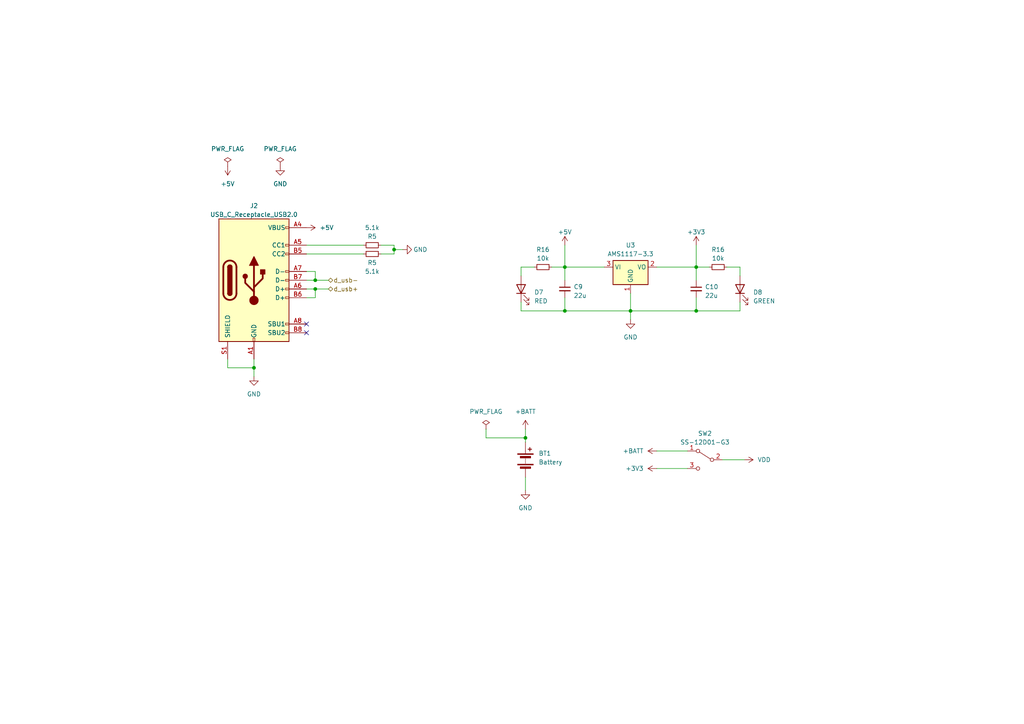
<source format=kicad_sch>
(kicad_sch (version 20230121) (generator eeschema)
  (paper "A4")
  (title_block (title "Power") (date "2023-06-17"))
  (lib_symbols
    (symbol "Connector:USB_C_Receptacle_USB2.0" (pin_names (offset 1.016))
      (property "Reference" "J" (at -10.16 19.05 0))
      (property "Value" "USB_C_Receptacle_USB2.0" (at 19.05 19.05 0))
      (symbol "USB_C_Receptacle_USB2.0_0_0"
        (rectangle (start -0.254 -17.78) (end 0.254 -16.764))
        (rectangle (start 10.16 -14.986) (end 9.144 -15.494))
        (rectangle (start 10.16 -12.446) (end 9.144 -12.954))
        (rectangle (start 10.16 -4.826) (end 9.144 -5.334))
        (rectangle (start 10.16 -2.286) (end 9.144 -2.794))
        (rectangle (start 10.16 0.254) (end 9.144 -0.254))
        (rectangle (start 10.16 2.794) (end 9.144 2.286))
        (rectangle (start 10.16 7.874) (end 9.144 7.366))
        (rectangle (start 10.16 10.414) (end 9.144 9.906))
        (rectangle (start 10.16 15.494) (end 9.144 14.986))
      )
      (symbol "USB_C_Receptacle_USB2.0_0_1"
        (rectangle (start -10.16 17.78) (end 10.16 -17.78) (stroke (width 0.254)) (fill (type background)))
        (arc (start -8.89 -3.81) (mid -6.985 -5.7067) (end -5.08 -3.81) (stroke (width 0.508)))
        (arc (start -7.62 -3.81) (mid -6.985 -4.4423) (end -6.35 -3.81) (stroke (width 0.254)))
        (arc (start -7.62 -3.81) (mid -6.985 -4.4423) (end -6.35 -3.81) (stroke (width 0.254)) (fill (type outline)))
        (rectangle (start -7.62 -3.81) (end -6.35 3.81) (stroke (width 0.254)) (fill (type outline)))
        (arc (start -6.35 3.81) (mid -6.985 4.4423) (end -7.62 3.81) (stroke (width 0.254)))
        (arc (start -6.35 3.81) (mid -6.985 4.4423) (end -7.62 3.81) (stroke (width 0.254)) (fill (type outline)))
        (arc (start -5.08 3.81) (mid -6.985 5.7067) (end -8.89 3.81) (stroke (width 0.508)))
        (circle (center -2.54 1.143) (radius 0.635) (stroke (width 0.254)) (fill (type outline)))
        (circle (center 0 -5.842) (radius 1.27) (fill (type outline)))
        (polyline (pts (xy -8.89 -3.81) (xy -8.89 3.81)) (stroke (width 0.508)))
        (polyline (pts (xy -5.08 3.81) (xy -5.08 -3.81)) (stroke (width 0.508)))
        (polyline (pts (xy 0 -5.842) (xy 0 4.318)) (stroke (width 0.508)))
        (polyline (pts (xy 0 -3.302) (xy -2.54 -0.762) (xy -2.54 0.508)) (stroke (width 0.508)))
        (polyline (pts (xy 0 -2.032) (xy 2.54 0.508) (xy 2.54 1.778)) (stroke (width 0.508)))
        (polyline (pts (xy -1.27 4.318) (xy 0 6.858) (xy 1.27 4.318) (xy -1.27 4.318)) (stroke (width 0.254)) (fill (type outline)))
        (rectangle (start 1.905 1.778) (end 3.175 3.048) (stroke (width 0.254)) (fill (type outline)))
      )
      (symbol "USB_C_Receptacle_USB2.0_1_1"
        (pin passive line (at 0 -22.86 90) (length 5.08) (name "GND") (number "A1"))
        (pin passive line (at 0 -22.86 90) (length 5.08) hide (name "GND") (number "A12"))
        (pin passive line (at 15.24 15.24 180) (length 5.08) (name "VBUS") (number "A4"))
        (pin bidirectional line (at 15.24 10.16 180) (length 5.08) (name "CC1") (number "A5"))
        (pin bidirectional line (at 15.24 -2.54 180) (length 5.08) (name "D+") (number "A6"))
        (pin bidirectional line (at 15.24 2.54 180) (length 5.08) (name "D-") (number "A7"))
        (pin bidirectional line (at 15.24 -12.7 180) (length 5.08) (name "SBU1") (number "A8"))
        (pin passive line (at 15.24 15.24 180) (length 5.08) hide (name "VBUS") (number "A9"))
        (pin passive line (at 0 -22.86 90) (length 5.08) hide (name "GND") (number "B1"))
        (pin passive line (at 0 -22.86 90) (length 5.08) hide (name "GND") (number "B12"))
        (pin passive line (at 15.24 15.24 180) (length 5.08) hide (name "VBUS") (number "B4"))
        (pin bidirectional line (at 15.24 7.62 180) (length 5.08) (name "CC2") (number "B5"))
        (pin bidirectional line (at 15.24 -5.08 180) (length 5.08) (name "D+") (number "B6"))
        (pin bidirectional line (at 15.24 0 180) (length 5.08) (name "D-") (number "B7"))
        (pin bidirectional line (at 15.24 -15.24 180) (length 5.08) (name "SBU2") (number "B8"))
        (pin passive line (at 15.24 15.24 180) (length 5.08) hide (name "VBUS") (number "B9"))
        (pin passive line (at -7.62 -22.86 90) (length 5.08) (name "SHIELD") (number "S1"))
      )
    )
    (symbol "Device:Battery" (pin_numbers hide) (pin_names (offset 0) hide)
      (property "Reference" "BT" (at 2.54 2.54 0))
      (property "Value" "Battery" (at 2.54 0 0))
      (symbol "Battery_0_1"
        (rectangle (start -2.286 -1.27) (end 2.286 -1.524) (fill (type outline)))
        (rectangle (start -2.286 1.778) (end 2.286 1.524) (fill (type outline)))
        (rectangle (start -1.524 -2.032) (end 1.524 -2.54) (fill (type outline)))
        (rectangle (start -1.524 1.016) (end 1.524 0.508) (fill (type outline)))
        (polyline (pts (xy 0 -1.016) (xy 0 -0.762)))
        (polyline (pts (xy 0 -0.508) (xy 0 -0.254)))
        (polyline (pts (xy 0 0) (xy 0 0.254)))
        (polyline (pts (xy 0 1.778) (xy 0 2.54)))
        (polyline (pts (xy 0.762 3.048) (xy 1.778 3.048)) (stroke (width 0.254)))
        (polyline (pts (xy 1.27 3.556) (xy 1.27 2.54)) (stroke (width 0.254)))
      )
      (symbol "Battery_1_1"
        (pin passive line (at 0 5.08 270) (length 2.54) (name "+") (number "1"))
        (pin passive line (at 0 -5.08 90) (length 2.54) (name "-") (number "2"))
      )
    )
    (symbol "Device:C_Small" (pin_numbers hide) (pin_names (offset 0.254) hide)
      (property "Reference" "C" (at 0.254 1.778 0))
      (property "Value" "C_Small" (at 0.254 -2.032 0))
      (symbol "C_Small_0_1"
        (polyline (pts (xy -1.524 -0.508) (xy 1.524 -0.508)) (stroke (width 0.3302)))
        (polyline (pts (xy -1.524 0.508) (xy 1.524 0.508)) (stroke (width 0.3048)))
      )
      (symbol "C_Small_1_1"
        (pin passive line (at 0 2.54 270) (length 2.032) (name "~") (number "1"))
        (pin passive line (at 0 -2.54 90) (length 2.032) (name "~") (number "2"))
      )
    )
    (symbol "Device:LED" (pin_numbers hide) (pin_names (offset 1.016) hide)
      (property "Reference" "D" (at 0 2.54 0))
      (property "Value" "LED" (at 0 -2.54 0))
      (symbol "LED_0_1"
        (polyline (pts (xy -1.27 -1.27) (xy -1.27 1.27)) (stroke (width 0.254)))
        (polyline (pts (xy -1.27 0) (xy 1.27 0)))
        (polyline (pts (xy 1.27 -1.27) (xy 1.27 1.27) (xy -1.27 0) (xy 1.27 -1.27)) (stroke (width 0.254)))
        (polyline (pts (xy -3.048 -0.762) (xy -4.572 -2.286) (xy -3.81 -2.286) (xy -4.572 -2.286) (xy -4.572 -1.524)))
        (polyline (pts (xy -1.778 -0.762) (xy -3.302 -2.286) (xy -2.54 -2.286) (xy -3.302 -2.286) (xy -3.302 -1.524)))
      )
      (symbol "LED_1_1"
        (pin passive line (at -3.81 0 0) (length 2.54) (name "K") (number "1"))
        (pin passive line (at 3.81 0 180) (length 2.54) (name "A") (number "2"))
      )
    )
    (symbol "Device:R_Small" (pin_numbers hide) (pin_names (offset 0.254) hide)
      (property "Reference" "R" (at 0.762 0.508 0))
      (property "Value" "R_Small" (at 0.762 -1.016 0))
      (symbol "R_Small_0_1"
        (rectangle (start -0.762 1.778) (end 0.762 -1.778) (stroke (width 0.2032)))
      )
      (symbol "R_Small_1_1"
        (pin passive line (at 0 2.54 270) (length 0.762) (name "~") (number "1"))
        (pin passive line (at 0 -2.54 90) (length 0.762) (name "~") (number "2"))
      )
    )
    (symbol "Regulator_Linear:AMS1117-3.3"
      (property "Reference" "U" (at -3.81 3.175 0))
      (property "Value" "AMS1117-3.3" (at 0 3.175 0))
      (symbol "AMS1117-3.3_0_1"
        (rectangle (start -5.08 -5.08) (end 5.08 1.905) (stroke (width 0.254)) (fill (type background)))
      )
      (symbol "AMS1117-3.3_1_1"
        (pin power_in line (at 0 -7.62 90) (length 2.54) (name "GND") (number "1"))
        (pin power_out line (at 7.62 0 180) (length 2.54) (name "VO") (number "2"))
        (pin power_in line (at -7.62 0 0) (length 2.54) (name "VI") (number "3"))
      )
    )
    (symbol "Switch:SW_SPDT" (pin_names (offset 0) hide)
      (property "Reference" "SW" (at 0 4.318 0))
      (property "Value" "SW_SPDT" (at 0 -5.08 0))
      (symbol "SW_SPDT_0_0"
        (circle (center -2.032 0) (radius 0.508))
        (circle (center 2.032 -2.54) (radius 0.508))
      )
      (symbol "SW_SPDT_0_1"
        (polyline (pts (xy -1.524 0.254) (xy 1.651 2.286)))
        (circle (center 2.032 2.54) (radius 0.508))
      )
      (symbol "SW_SPDT_1_1"
        (pin passive line (at 5.08 2.54 180) (length 2.54) (name "A") (number "1"))
        (pin passive line (at -5.08 0 0) (length 2.54) (name "B") (number "2"))
        (pin passive line (at 5.08 -2.54 180) (length 2.54) (name "C") (number "3"))
      )
    )
    (symbol "power:+3V3" (power) (pin_names (offset 0))
      (property "Value" "+3V3" (at 0 3.556 0))
      (symbol "+3V3_0_1"
        (polyline (pts (xy -0.762 1.27) (xy 0 2.54)))
        (polyline (pts (xy 0 0) (xy 0 2.54)))
        (polyline (pts (xy 0 2.54) (xy 0.762 1.27)))
      )
      (symbol "+3V3_1_1"
        (pin power_in line (at 0 0 90) (length 0) hide (name "+3V3") (number "1"))
      )
    )
    (symbol "power:+5V" (power) (pin_names (offset 0))
      (property "Value" "+5V" (at 0 3.556 0))
      (symbol "+5V_0_1"
        (polyline (pts (xy -0.762 1.27) (xy 0 2.54)))
        (polyline (pts (xy 0 0) (xy 0 2.54)))
        (polyline (pts (xy 0 2.54) (xy 0.762 1.27)))
      )
      (symbol "+5V_1_1"
        (pin power_in line (at 0 0 90) (length 0) hide (name "+5V") (number "1"))
      )
    )
    (symbol "power:+BATT" (power) (pin_names (offset 0))
      (property "Value" "+BATT" (at 0 3.556 0))
      (symbol "+BATT_0_1"
        (polyline (pts (xy -0.762 1.27) (xy 0 2.54)))
        (polyline (pts (xy 0 0) (xy 0 2.54)))
        (polyline (pts (xy 0 2.54) (xy 0.762 1.27)))
      )
      (symbol "+BATT_1_1"
        (pin power_in line (at 0 0 90) (length 0) hide (name "+BATT") (number "1"))
      )
    )
    (symbol "power:GND" (power) (pin_names (offset 0))
      (property "Value" "GND" (at 0 -3.81 0))
      (symbol "GND_0_1"
        (polyline (pts (xy 0 0) (xy 0 -1.27) (xy 1.27 -1.27) (xy 0 -2.54) (xy -1.27 -1.27) (xy 0 -1.27)))
      )
      (symbol "GND_1_1"
        (pin power_in line (at 0 0 270) (length 0) hide (name "GND") (number "1"))
      )
    )
    (symbol "power:PWR_FLAG" (power) (pin_numbers hide) (pin_names (offset 0) hide)
      (property "Value" "PWR_FLAG" (at 0 3.81 0))
      (symbol "PWR_FLAG_0_0"
        (pin power_out line (at 0 0 90) (length 0) (name "pwr") (number "1"))
      )
      (symbol "PWR_FLAG_0_1"
        (polyline (pts (xy 0 0) (xy 0 1.27) (xy -1.016 1.905) (xy 0 2.54) (xy 1.016 1.905) (xy 0 1.27)))
      )
    )
    (symbol "power:VDD" (power) (pin_names (offset 0))
      (property "Value" "VDD" (at 0 3.81 0))
      (symbol "VDD_0_1"
        (polyline (pts (xy -0.762 1.27) (xy 0 2.54)))
        (polyline (pts (xy 0 0) (xy 0 2.54)))
        (polyline (pts (xy 0 2.54) (xy 0.762 1.27)))
      )
      (symbol "VDD_1_1"
        (pin power_in line (at 0 0 90) (length 0) hide (name "VDD") (number "1"))
      )
    )
  )
  (junction (at 114.3 72.39))
  (junction (at 91.44 81.28))
  (junction (at 163.83 90.17))
  (junction (at 152.4 127))
  (junction (at 91.44 83.82))
  (junction (at 201.93 90.17))
  (junction (at 163.83 77.47))
  (junction (at 73.66 106.68))
  (junction (at 201.93 77.47))
  (junction (at 182.88 90.17))
  (no_connect (at 88.9 96.52))
  (no_connect (at 88.9 93.98))
  (wire (pts (xy 214.63 77.47) (xy 214.63 80.01)))
  (wire (pts (xy 88.9 86.36) (xy 91.44 86.36)))
  (wire (pts (xy 73.66 109.22) (xy 73.66 106.68)))
  (wire (pts (xy 160.02 77.47) (xy 163.83 77.47)))
  (wire (pts (xy 163.83 77.47) (xy 175.26 77.47)))
  (wire (pts (xy 88.9 81.28) (xy 91.44 81.28)))
  (wire (pts (xy 163.83 86.36) (xy 163.83 90.17)))
  (wire (pts (xy 152.4 138.43) (xy 152.4 142.24)))
  (wire (pts (xy 163.83 77.47) (xy 163.83 81.28)))
  (wire (pts (xy 152.4 124.46) (xy 152.4 127)))
  (wire (pts (xy 182.88 92.71) (xy 182.88 90.17)))
  (wire (pts (xy 114.3 73.66) (xy 110.49 73.66)))
  (wire (pts (xy 182.88 90.17) (xy 201.93 90.17)))
  (wire (pts (xy 182.88 85.09) (xy 182.88 90.17)))
  (wire (pts (xy 201.93 86.36) (xy 201.93 90.17)))
  (wire (pts (xy 66.04 106.68) (xy 73.66 106.68)))
  (wire (pts (xy 88.9 83.82) (xy 91.44 83.82)))
  (wire (pts (xy 88.9 78.74) (xy 91.44 78.74)))
  (wire (pts (xy 151.13 90.17) (xy 163.83 90.17)))
  (wire (pts (xy 114.3 72.39) (xy 114.3 73.66)))
  (wire (pts (xy 88.9 71.12) (xy 105.41 71.12)))
  (wire (pts (xy 91.44 78.74) (xy 91.44 81.28)))
  (wire (pts (xy 210.82 77.47) (xy 214.63 77.47)))
  (wire (pts (xy 190.5 77.47) (xy 201.93 77.47)))
  (wire (pts (xy 201.93 71.12) (xy 201.93 77.47)))
  (wire (pts (xy 214.63 90.17) (xy 201.93 90.17)))
  (wire (pts (xy 91.44 83.82) (xy 95.25 83.82)))
  (wire (pts (xy 214.63 87.63) (xy 214.63 90.17)))
  (wire (pts (xy 110.49 71.12) (xy 114.3 71.12)))
  (wire (pts (xy 201.93 77.47) (xy 205.74 77.47)))
  (wire (pts (xy 152.4 127) (xy 152.4 128.27)))
  (wire (pts (xy 88.9 73.66) (xy 105.41 73.66)))
  (wire (pts (xy 163.83 71.12) (xy 163.83 77.47)))
  (wire (pts (xy 163.83 90.17) (xy 182.88 90.17)))
  (wire (pts (xy 151.13 87.63) (xy 151.13 90.17)))
  (wire (pts (xy 73.66 106.68) (xy 73.66 104.14)))
  (wire (pts (xy 91.44 86.36) (xy 91.44 83.82)))
  (wire (pts (xy 190.5 135.89) (xy 199.39 135.89)))
  (wire (pts (xy 116.84 72.39) (xy 114.3 72.39)))
  (wire (pts (xy 209.55 133.35) (xy 215.9 133.35)))
  (wire (pts (xy 140.97 127) (xy 140.97 124.46)))
  (wire (pts (xy 91.44 81.28) (xy 95.25 81.28)))
  (wire (pts (xy 190.5 130.81) (xy 199.39 130.81)))
  (wire (pts (xy 66.04 104.14) (xy 66.04 106.68)))
  (wire (pts (xy 151.13 77.47) (xy 154.94 77.47)))
  (wire (pts (xy 114.3 71.12) (xy 114.3 72.39)))
  (wire (pts (xy 151.13 77.47) (xy 151.13 80.01)))
  (wire (pts (xy 201.93 77.47) (xy 201.93 81.28)))
  (wire (pts (xy 152.4 127) (xy 140.97 127)))
  (hierarchical_label "d_usb-" (shape bidirectional) (at 95.25 81.28 0))
  (hierarchical_label "d_usb+" (shape bidirectional) (at 95.25 83.82 0))
  (symbol (lib_id "power:+3V3") (at 201.93 71.12 0) (unit 1)
    (property "Reference" "#PWR017" (effects hide))
    (property "Value" "+3V3" (at 201.93 67.31 0))
    (instances (project "bento-vna" (path "" (reference "#PWR017") (unit 1))) (project "fun-blaster" (path "" (reference "#PWR013") (unit 1)) (path "" (reference "#PWR013") (unit 1))))
  )
  (symbol (lib_id "power:GND") (at 116.84 72.39 90) (mirror x) (unit 1)
    (property "Reference" "#PWR0103" (effects hide))
    (property "Value" "GND" (at 121.92 72.39 90))
    (instances (project "barbecue" (path "" (reference "#PWR0103") (unit 1))) (project "bento-vna" (path "" (reference "#PWR03") (unit 1))) (project "fun-blaster" (path "" (reference "#PWR03") (unit 1)) (path "" (reference "#PWR03") (unit 1))))
  )
  (symbol (lib_id "Device:R_Small") (at 107.95 71.12 90) (unit 1)
    (property "Reference" "R5" (at 107.95 68.58 90))
    (property "Value" "5.1k" (at 107.95 66.04 90))
    (property "Footprint" "Resistor_SMD:R_0402_1005Metric" (effects hide))
    (property "LCSC" "C25905" (effects hide))
    (instances (project "barbecue" (path "" (reference "R5") (unit 1))) (project "bento-vna" (path "" (reference "R2") (unit 1))) (project "fun-blaster" (path "" (reference "R3") (unit 1)) (path "" (reference "R3") (unit 1))))
  )
  (symbol (lib_id "Device:R_Small") (at 107.95 73.66 90) (mirror x) (unit 1)
    (property "Reference" "R5" (at 107.95 76.2 90))
    (property "Value" "5.1k" (at 107.95 78.74 90))
    (property "Footprint" "Resistor_SMD:R_0402_1005Metric" (effects hide))
    (property "LCSC" "C25905" (effects hide))
    (instances (project "barbecue" (path "" (reference "R5") (unit 1))) (project "bento-vna" (path "" (reference "R2") (unit 1))) (project "fun-blaster" (path "" (reference "R3") (unit 1)) (path "" (reference "R4") (unit 1))))
  )
  (symbol (lib_id "power:GND") (at 152.4 142.24 0) (unit 1)
    (property "Reference" "#PWR021" (effects hide))
    (property "Value" "GND" (at 152.4 147.32 0))
  )
  (symbol (lib_id "power:+BATT") (at 152.4 124.46 0) (unit 1)
    (property "Reference" "#PWR020" (effects hide))
    (property "Value" "+BATT" (at 152.4 119.38 0))
  )
  (symbol (lib_id "power:GND") (at 81.28 48.26 0) (unit 1)
    (property "Reference" "#PWR019" (effects hide))
    (property "Value" "GND" (at 81.28 53.34 0))
    (instances (project "bento-vna" (path "" (reference "#PWR019") (unit 1))) (project "fun-blaster" (path "" (reference "#PWR016") (unit 1)) (path "" (reference "#PWR016") (unit 1))))
  )
  (symbol (lib_id "Device:R_Small") (at 208.28 77.47 90) (unit 1)
    (property "Reference" "R16" (at 208.28 72.39 90))
    (property "Value" "10k" (at 208.28 74.93 90))
    (property "Footprint" "Resistor_SMD:R_0402_1005Metric" (effects hide))
    (property "LCSC" "C25744" (effects hide))
    (instances (project "fun-blaster" (path "" (reference "R16") (unit 1)) (path "" (reference "R11") (unit 1))))
  )
  (symbol (lib_id "Device:C_Small") (at 163.83 83.82 0) (unit 1)
    (property "Reference" "C9" (at 166.37 83.1913 0) (effects (justify left)))
    (property "Value" "22u" (at 166.37 85.7313 0) (effects (justify left)))
    (property "Footprint" "Capacitor_SMD:C_0603_1608Metric" (effects hide))
  )
  (symbol (lib_id "power:+5V") (at 163.83 71.12 0) (unit 1)
    (property "Reference" "#PWR016" (effects hide))
    (property "Value" "+5V" (at 163.83 67.31 0))
    (instances (project "bento-vna" (path "" (reference "#PWR016") (unit 1))) (project "fun-blaster" (path "" (reference "#PWR012") (unit 1)) (path "" (reference "#PWR012") (unit 1))))
  )
  (symbol (lib_id "Device:LED") (at 214.63 83.82 90) (unit 1)
    (property "Reference" "D8" (at 218.44 84.7725 90) (effects (justify right)))
    (property "Value" "GREEN" (at 218.44 87.3125 90) (effects (justify right)))
    (property "Footprint" "Diode_SMD:D_0603_1608Metric" (effects hide))
    (property "LCSC" "C72043" (effects hide))
    (instances (project "bento-vna" (path "" (reference "D8") (unit 1))) (project "fun-blaster" (path "" (reference "D3") (unit 1)) (path "" (reference "D3") (unit 1))))
  )
  (symbol (lib_id "power:GND") (at 73.66 109.22 0) (unit 1)
    (property "Reference" "#PWR09" (effects hide))
    (property "Value" "GND" (at 73.66 114.3 0))
    (instances (project "bento-vna" (path "" (reference "#PWR09") (unit 1))) (project "fun-blaster" (path "" (reference "#PWR06") (unit 1)) (path "" (reference "#PWR06") (unit 1))))
  )
  (symbol (lib_id "power:+BATT") (at 190.5 130.81 90) (unit 1)
    (property "Reference" "#PWR022" (effects hide))
    (property "Value" "+BATT" (at 186.69 130.81 90) (effects (justify left)))
  )
  (symbol (lib_id "Device:LED") (at 151.13 83.82 90) (unit 1)
    (property "Reference" "D7" (at 154.94 84.7725 90) (effects (justify right)))
    (property "Value" "RED" (at 154.94 87.3125 90) (effects (justify right)))
    (property "Footprint" "Diode_SMD:D_0603_1608Metric" (effects hide))
    (property "LCSC" "C2286" (effects hide))
    (instances (project "bento-vna" (path "" (reference "D7") (unit 1))) (project "fun-blaster" (path "" (reference "D2") (unit 1)) (path "" (reference "D2") (unit 1))))
  )
  (symbol (lib_id "Device:R_Small") (at 157.48 77.47 90) (unit 1)
    (property "Reference" "R16" (at 157.48 72.39 90))
    (property "Value" "10k" (at 157.48 74.93 90))
    (property "Footprint" "Resistor_SMD:R_0402_1005Metric" (effects hide))
    (property "LCSC" "C25744" (effects hide))
    (instances (project "fun-blaster" (path "" (reference "R16") (unit 1)) (path "" (reference "R10") (unit 1))))
  )
  (symbol (lib_id "Device:C_Small") (at 201.93 83.82 0) (unit 1)
    (property "Reference" "C10" (at 204.47 83.1913 0) (effects (justify left)))
    (property "Value" "22u" (at 204.47 85.7313 0) (effects (justify left)))
    (property "Footprint" "Capacitor_SMD:C_0603_1608Metric" (effects hide))
  )
  (symbol (lib_id "power:+3V3") (at 190.5 135.89 90) (unit 1)
    (property "Reference" "#PWR017" (effects hide))
    (property "Value" "+3V3" (at 186.69 135.89 90) (effects (justify left)))
    (instances (project "bento-vna" (path "" (reference "#PWR017") (unit 1))) (project "fun-blaster" (path "" (reference "#PWR013") (unit 1)) (path "" (reference "#PWR019") (unit 1))))
  )
  (symbol (lib_id "power:PWR_FLAG") (at 81.28 48.26 0) (unit 1)
    (property "Reference" "#FLG02" (effects hide))
    (property "Value" "PWR_FLAG" (at 81.28 43.18 0))
    (instances (project "bento-vna" (path "" (reference "#FLG02") (unit 1))) (project "fun-blaster" (path "" (reference "#FLG03") (unit 1)) (path "" (reference "#FLG03") (unit 1))))
  )
  (symbol (lib_id "power:PWR_FLAG") (at 140.97 124.46 0) (unit 1)
    (property "Reference" "#FLG02" (effects hide))
    (property "Value" "PWR_FLAG" (at 140.97 119.38 0))
    (instances (project "bento-vna" (path "" (reference "#FLG02") (unit 1))) (project "fun-blaster" (path "" (reference "#FLG03") (unit 1)) (path "" (reference "#FLG05") (unit 1))))
  )
  (symbol (lib_id "Regulator_Linear:AMS1117-3.3") (at 182.88 77.47 0) (unit 1)
    (property "Reference" "U3" (at 182.88 71.12 0))
    (property "Value" "AMS1117-3.3" (at 182.88 73.66 0))
    (property "Footprint" "Package_TO_SOT_SMD:SOT-223-3_TabPin2" (effects hide))
    (property "Datasheet" "http://www.advanced-monolithic.com/pdf/ds1117.pdf" (effects hide))
    (property "LCSC" "C6186" (effects hide))
    (instances (project "bento-vna" (path "" (reference "U3") (unit 1))) (project "fun-blaster" (path "" (reference "U2") (unit 1)) (path "" (reference "U2") (unit 1))))
  )
  (symbol (lib_id "power:PWR_FLAG") (at 66.04 48.26 0) (unit 1)
    (property "Reference" "#FLG03" (effects hide))
    (property "Value" "PWR_FLAG" (at 66.04 43.18 0))
    (instances (project "bento-vna" (path "" (reference "#FLG03") (unit 1))) (project "fun-blaster" (path "" (reference "#FLG02") (unit 1)) (path "" (reference "#FLG02") (unit 1))))
  )
  (symbol (lib_id "Device:Battery") (at 152.4 133.35 0) (unit 1)
    (property "Reference" "BT1" (at 156.21 131.5085 0) (effects (justify left)))
    (property "Value" "Battery" (at 156.21 134.0485 0) (effects (justify left)))
    (property "Footprint" "LCSC:2xAAA-Holder" (effects hide))
  )
  (symbol (lib_id "Connector:USB_C_Receptacle_USB2.0") (at 73.66 81.28 0) (unit 1)
    (property "Reference" "J2" (at 73.66 59.69 0))
    (property "Value" "USB_C_Receptacle_USB2.0" (at 73.66 62.23 0))
    (property "Footprint" "LCSC:USB-C_SMD-TYPE-C-31-M-12" (effects hide))
    (property "Datasheet" "https://www.usb.org/sites/default/files/documents/usb_type-c.zip" (effects hide))
    (property "LCSC" "C2927038" (effects hide))
    (instances (project "bento-vna" (path "" (reference "J2") (unit 1))) (project "fun-blaster" (path "" (reference "J1") (unit 1)) (path "" (reference "J1") (unit 1))))
  )
  (symbol (lib_id "power:+5V") (at 88.9 66.04 270) (unit 1)
    (property "Reference" "#PWR02" (effects hide))
    (property "Value" "+5V" (at 92.71 66.04 90) (effects (justify left)))
  )
  (symbol (lib_id "power:+5V") (at 66.04 48.26 180) (unit 1)
    (property "Reference" "#PWR020" (effects hide))
    (property "Value" "+5V" (at 66.04 53.34 0))
    (instances (project "bento-vna" (path "" (reference "#PWR020") (unit 1))) (project "fun-blaster" (path "" (reference "#PWR015") (unit 1)) (path "" (reference "#PWR015") (unit 1))))
  )
  (symbol (lib_id "power:VDD") (at 215.9 133.35 270) (unit 1)
    (property "Reference" "#PWR040" (effects hide))
    (property "Value" "VDD" (at 219.71 133.35 90) (effects (justify left)))
    (instances (project "fun-blaster" (path "" (reference "#PWR040") (unit 1)) (path "" (reference "#PWR023") (unit 1))))
  )
  (symbol (lib_id "Switch:SW_SPDT") (at 204.47 133.35 0) (mirror y) (unit 1)
    (property "Reference" "SW2" (at 204.47 125.73 0))
    (property "Value" "SS-12D01-G3" (at 204.47 128.27 0))
    (property "Footprint" "LCSC:SW-TH_DEALON_SS-12D01-GX" (effects hide))
    (property "LCSC" "C2998803" (effects hide))
  )
  (symbol (lib_id "power:GND") (at 182.88 92.71 0) (unit 1)
    (property "Reference" "#PWR021" (effects hide))
    (property "Value" "GND" (at 182.88 97.79 0))
    (instances (project "bento-vna" (path "" (reference "#PWR021") (unit 1))) (project "fun-blaster" (path "" (reference "#PWR017") (unit 1)) (path "" (reference "#PWR017") (unit 1))))
  )
)
</source>
